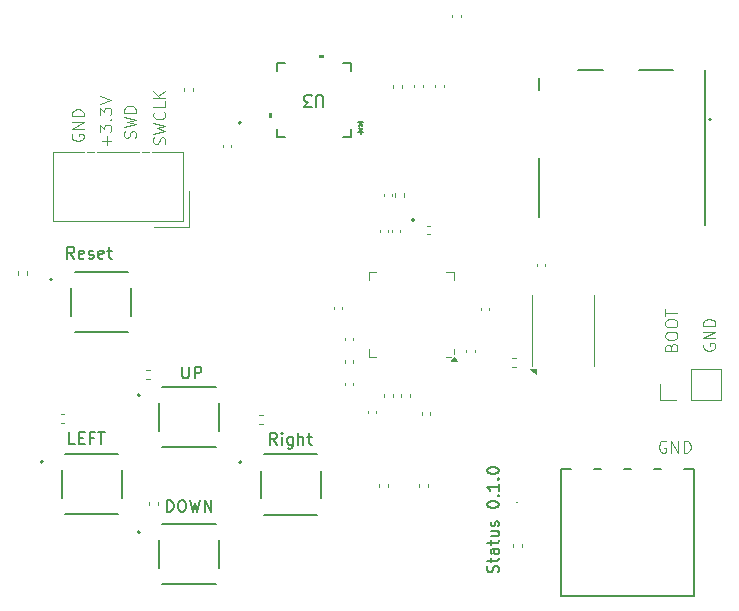
<source format=gbr>
%TF.GenerationSoftware,KiCad,Pcbnew,9.0.0*%
%TF.CreationDate,2025-07-19T13:55:26-04:00*%
%TF.ProjectId,status,73746174-7573-42e6-9b69-6361645f7063,rev?*%
%TF.SameCoordinates,Original*%
%TF.FileFunction,Legend,Top*%
%TF.FilePolarity,Positive*%
%FSLAX46Y46*%
G04 Gerber Fmt 4.6, Leading zero omitted, Abs format (unit mm)*
G04 Created by KiCad (PCBNEW 9.0.0) date 2025-07-19 13:55:26*
%MOMM*%
%LPD*%
G01*
G04 APERTURE LIST*
%ADD10C,0.200000*%
%ADD11C,0.125000*%
%ADD12C,0.120000*%
%ADD13C,0.150000*%
%ADD14C,0.000000*%
%ADD15C,0.152400*%
%ADD16C,0.127000*%
%ADD17C,0.100000*%
G04 APERTURE END LIST*
D10*
X118566101Y-93567219D02*
X118232768Y-93091028D01*
X117994673Y-93567219D02*
X117994673Y-92567219D01*
X117994673Y-92567219D02*
X118375625Y-92567219D01*
X118375625Y-92567219D02*
X118470863Y-92614838D01*
X118470863Y-92614838D02*
X118518482Y-92662457D01*
X118518482Y-92662457D02*
X118566101Y-92757695D01*
X118566101Y-92757695D02*
X118566101Y-92900552D01*
X118566101Y-92900552D02*
X118518482Y-92995790D01*
X118518482Y-92995790D02*
X118470863Y-93043409D01*
X118470863Y-93043409D02*
X118375625Y-93091028D01*
X118375625Y-93091028D02*
X117994673Y-93091028D01*
X119375625Y-93519600D02*
X119280387Y-93567219D01*
X119280387Y-93567219D02*
X119089911Y-93567219D01*
X119089911Y-93567219D02*
X118994673Y-93519600D01*
X118994673Y-93519600D02*
X118947054Y-93424361D01*
X118947054Y-93424361D02*
X118947054Y-93043409D01*
X118947054Y-93043409D02*
X118994673Y-92948171D01*
X118994673Y-92948171D02*
X119089911Y-92900552D01*
X119089911Y-92900552D02*
X119280387Y-92900552D01*
X119280387Y-92900552D02*
X119375625Y-92948171D01*
X119375625Y-92948171D02*
X119423244Y-93043409D01*
X119423244Y-93043409D02*
X119423244Y-93138647D01*
X119423244Y-93138647D02*
X118947054Y-93233885D01*
X119804197Y-93519600D02*
X119899435Y-93567219D01*
X119899435Y-93567219D02*
X120089911Y-93567219D01*
X120089911Y-93567219D02*
X120185149Y-93519600D01*
X120185149Y-93519600D02*
X120232768Y-93424361D01*
X120232768Y-93424361D02*
X120232768Y-93376742D01*
X120232768Y-93376742D02*
X120185149Y-93281504D01*
X120185149Y-93281504D02*
X120089911Y-93233885D01*
X120089911Y-93233885D02*
X119947054Y-93233885D01*
X119947054Y-93233885D02*
X119851816Y-93186266D01*
X119851816Y-93186266D02*
X119804197Y-93091028D01*
X119804197Y-93091028D02*
X119804197Y-93043409D01*
X119804197Y-93043409D02*
X119851816Y-92948171D01*
X119851816Y-92948171D02*
X119947054Y-92900552D01*
X119947054Y-92900552D02*
X120089911Y-92900552D01*
X120089911Y-92900552D02*
X120185149Y-92948171D01*
X121042292Y-93519600D02*
X120947054Y-93567219D01*
X120947054Y-93567219D02*
X120756578Y-93567219D01*
X120756578Y-93567219D02*
X120661340Y-93519600D01*
X120661340Y-93519600D02*
X120613721Y-93424361D01*
X120613721Y-93424361D02*
X120613721Y-93043409D01*
X120613721Y-93043409D02*
X120661340Y-92948171D01*
X120661340Y-92948171D02*
X120756578Y-92900552D01*
X120756578Y-92900552D02*
X120947054Y-92900552D01*
X120947054Y-92900552D02*
X121042292Y-92948171D01*
X121042292Y-92948171D02*
X121089911Y-93043409D01*
X121089911Y-93043409D02*
X121089911Y-93138647D01*
X121089911Y-93138647D02*
X120613721Y-93233885D01*
X121375626Y-92900552D02*
X121756578Y-92900552D01*
X121518483Y-92567219D02*
X121518483Y-93424361D01*
X121518483Y-93424361D02*
X121566102Y-93519600D01*
X121566102Y-93519600D02*
X121661340Y-93567219D01*
X121661340Y-93567219D02*
X121756578Y-93567219D01*
X126419673Y-115017219D02*
X126419673Y-114017219D01*
X126419673Y-114017219D02*
X126657768Y-114017219D01*
X126657768Y-114017219D02*
X126800625Y-114064838D01*
X126800625Y-114064838D02*
X126895863Y-114160076D01*
X126895863Y-114160076D02*
X126943482Y-114255314D01*
X126943482Y-114255314D02*
X126991101Y-114445790D01*
X126991101Y-114445790D02*
X126991101Y-114588647D01*
X126991101Y-114588647D02*
X126943482Y-114779123D01*
X126943482Y-114779123D02*
X126895863Y-114874361D01*
X126895863Y-114874361D02*
X126800625Y-114969600D01*
X126800625Y-114969600D02*
X126657768Y-115017219D01*
X126657768Y-115017219D02*
X126419673Y-115017219D01*
X127610149Y-114017219D02*
X127800625Y-114017219D01*
X127800625Y-114017219D02*
X127895863Y-114064838D01*
X127895863Y-114064838D02*
X127991101Y-114160076D01*
X127991101Y-114160076D02*
X128038720Y-114350552D01*
X128038720Y-114350552D02*
X128038720Y-114683885D01*
X128038720Y-114683885D02*
X127991101Y-114874361D01*
X127991101Y-114874361D02*
X127895863Y-114969600D01*
X127895863Y-114969600D02*
X127800625Y-115017219D01*
X127800625Y-115017219D02*
X127610149Y-115017219D01*
X127610149Y-115017219D02*
X127514911Y-114969600D01*
X127514911Y-114969600D02*
X127419673Y-114874361D01*
X127419673Y-114874361D02*
X127372054Y-114683885D01*
X127372054Y-114683885D02*
X127372054Y-114350552D01*
X127372054Y-114350552D02*
X127419673Y-114160076D01*
X127419673Y-114160076D02*
X127514911Y-114064838D01*
X127514911Y-114064838D02*
X127610149Y-114017219D01*
X128372054Y-114017219D02*
X128610149Y-115017219D01*
X128610149Y-115017219D02*
X128800625Y-114302933D01*
X128800625Y-114302933D02*
X128991101Y-115017219D01*
X128991101Y-115017219D02*
X129229197Y-114017219D01*
X129610149Y-115017219D02*
X129610149Y-114017219D01*
X129610149Y-114017219D02*
X130181577Y-115017219D01*
X130181577Y-115017219D02*
X130181577Y-114017219D01*
D11*
X118428738Y-83035859D02*
X118381119Y-83131097D01*
X118381119Y-83131097D02*
X118381119Y-83273954D01*
X118381119Y-83273954D02*
X118428738Y-83416811D01*
X118428738Y-83416811D02*
X118523976Y-83512049D01*
X118523976Y-83512049D02*
X118619214Y-83559668D01*
X118619214Y-83559668D02*
X118809690Y-83607287D01*
X118809690Y-83607287D02*
X118952547Y-83607287D01*
X118952547Y-83607287D02*
X119143023Y-83559668D01*
X119143023Y-83559668D02*
X119238261Y-83512049D01*
X119238261Y-83512049D02*
X119333500Y-83416811D01*
X119333500Y-83416811D02*
X119381119Y-83273954D01*
X119381119Y-83273954D02*
X119381119Y-83178716D01*
X119381119Y-83178716D02*
X119333500Y-83035859D01*
X119333500Y-83035859D02*
X119285880Y-82988240D01*
X119285880Y-82988240D02*
X118952547Y-82988240D01*
X118952547Y-82988240D02*
X118952547Y-83178716D01*
X119381119Y-82559668D02*
X118381119Y-82559668D01*
X118381119Y-82559668D02*
X119381119Y-81988240D01*
X119381119Y-81988240D02*
X118381119Y-81988240D01*
X119381119Y-81512049D02*
X118381119Y-81512049D01*
X118381119Y-81512049D02*
X118381119Y-81273954D01*
X118381119Y-81273954D02*
X118428738Y-81131097D01*
X118428738Y-81131097D02*
X118523976Y-81035859D01*
X118523976Y-81035859D02*
X118619214Y-80988240D01*
X118619214Y-80988240D02*
X118809690Y-80940621D01*
X118809690Y-80940621D02*
X118952547Y-80940621D01*
X118952547Y-80940621D02*
X119143023Y-80988240D01*
X119143023Y-80988240D02*
X119238261Y-81035859D01*
X119238261Y-81035859D02*
X119333500Y-81131097D01*
X119333500Y-81131097D02*
X119381119Y-81273954D01*
X119381119Y-81273954D02*
X119381119Y-81512049D01*
D12*
X168665851Y-109043998D02*
X168570613Y-108996379D01*
X168570613Y-108996379D02*
X168427756Y-108996379D01*
X168427756Y-108996379D02*
X168284899Y-109043998D01*
X168284899Y-109043998D02*
X168189661Y-109139236D01*
X168189661Y-109139236D02*
X168142042Y-109234474D01*
X168142042Y-109234474D02*
X168094423Y-109424950D01*
X168094423Y-109424950D02*
X168094423Y-109567807D01*
X168094423Y-109567807D02*
X168142042Y-109758283D01*
X168142042Y-109758283D02*
X168189661Y-109853521D01*
X168189661Y-109853521D02*
X168284899Y-109948760D01*
X168284899Y-109948760D02*
X168427756Y-109996379D01*
X168427756Y-109996379D02*
X168522994Y-109996379D01*
X168522994Y-109996379D02*
X168665851Y-109948760D01*
X168665851Y-109948760D02*
X168713470Y-109901140D01*
X168713470Y-109901140D02*
X168713470Y-109567807D01*
X168713470Y-109567807D02*
X168522994Y-109567807D01*
X169142042Y-109996379D02*
X169142042Y-108996379D01*
X169142042Y-108996379D02*
X169713470Y-109996379D01*
X169713470Y-109996379D02*
X169713470Y-108996379D01*
X170189661Y-109996379D02*
X170189661Y-108996379D01*
X170189661Y-108996379D02*
X170427756Y-108996379D01*
X170427756Y-108996379D02*
X170570613Y-109043998D01*
X170570613Y-109043998D02*
X170665851Y-109139236D01*
X170665851Y-109139236D02*
X170713470Y-109234474D01*
X170713470Y-109234474D02*
X170761089Y-109424950D01*
X170761089Y-109424950D02*
X170761089Y-109567807D01*
X170761089Y-109567807D02*
X170713470Y-109758283D01*
X170713470Y-109758283D02*
X170665851Y-109853521D01*
X170665851Y-109853521D02*
X170570613Y-109948760D01*
X170570613Y-109948760D02*
X170427756Y-109996379D01*
X170427756Y-109996379D02*
X170189661Y-109996379D01*
D10*
X135741101Y-109317219D02*
X135407768Y-108841028D01*
X135169673Y-109317219D02*
X135169673Y-108317219D01*
X135169673Y-108317219D02*
X135550625Y-108317219D01*
X135550625Y-108317219D02*
X135645863Y-108364838D01*
X135645863Y-108364838D02*
X135693482Y-108412457D01*
X135693482Y-108412457D02*
X135741101Y-108507695D01*
X135741101Y-108507695D02*
X135741101Y-108650552D01*
X135741101Y-108650552D02*
X135693482Y-108745790D01*
X135693482Y-108745790D02*
X135645863Y-108793409D01*
X135645863Y-108793409D02*
X135550625Y-108841028D01*
X135550625Y-108841028D02*
X135169673Y-108841028D01*
X136169673Y-109317219D02*
X136169673Y-108650552D01*
X136169673Y-108317219D02*
X136122054Y-108364838D01*
X136122054Y-108364838D02*
X136169673Y-108412457D01*
X136169673Y-108412457D02*
X136217292Y-108364838D01*
X136217292Y-108364838D02*
X136169673Y-108317219D01*
X136169673Y-108317219D02*
X136169673Y-108412457D01*
X137074434Y-108650552D02*
X137074434Y-109460076D01*
X137074434Y-109460076D02*
X137026815Y-109555314D01*
X137026815Y-109555314D02*
X136979196Y-109602933D01*
X136979196Y-109602933D02*
X136883958Y-109650552D01*
X136883958Y-109650552D02*
X136741101Y-109650552D01*
X136741101Y-109650552D02*
X136645863Y-109602933D01*
X137074434Y-109269600D02*
X136979196Y-109317219D01*
X136979196Y-109317219D02*
X136788720Y-109317219D01*
X136788720Y-109317219D02*
X136693482Y-109269600D01*
X136693482Y-109269600D02*
X136645863Y-109221980D01*
X136645863Y-109221980D02*
X136598244Y-109126742D01*
X136598244Y-109126742D02*
X136598244Y-108841028D01*
X136598244Y-108841028D02*
X136645863Y-108745790D01*
X136645863Y-108745790D02*
X136693482Y-108698171D01*
X136693482Y-108698171D02*
X136788720Y-108650552D01*
X136788720Y-108650552D02*
X136979196Y-108650552D01*
X136979196Y-108650552D02*
X137074434Y-108698171D01*
X137550625Y-109317219D02*
X137550625Y-108317219D01*
X137979196Y-109317219D02*
X137979196Y-108793409D01*
X137979196Y-108793409D02*
X137931577Y-108698171D01*
X137931577Y-108698171D02*
X137836339Y-108650552D01*
X137836339Y-108650552D02*
X137693482Y-108650552D01*
X137693482Y-108650552D02*
X137598244Y-108698171D01*
X137598244Y-108698171D02*
X137550625Y-108745790D01*
X138312530Y-108650552D02*
X138693482Y-108650552D01*
X138455387Y-108317219D02*
X138455387Y-109174361D01*
X138455387Y-109174361D02*
X138503006Y-109269600D01*
X138503006Y-109269600D02*
X138598244Y-109317219D01*
X138598244Y-109317219D02*
X138693482Y-109317219D01*
X154479600Y-120137945D02*
X154527219Y-119995088D01*
X154527219Y-119995088D02*
X154527219Y-119756993D01*
X154527219Y-119756993D02*
X154479600Y-119661755D01*
X154479600Y-119661755D02*
X154431980Y-119614136D01*
X154431980Y-119614136D02*
X154336742Y-119566517D01*
X154336742Y-119566517D02*
X154241504Y-119566517D01*
X154241504Y-119566517D02*
X154146266Y-119614136D01*
X154146266Y-119614136D02*
X154098647Y-119661755D01*
X154098647Y-119661755D02*
X154051028Y-119756993D01*
X154051028Y-119756993D02*
X154003409Y-119947469D01*
X154003409Y-119947469D02*
X153955790Y-120042707D01*
X153955790Y-120042707D02*
X153908171Y-120090326D01*
X153908171Y-120090326D02*
X153812933Y-120137945D01*
X153812933Y-120137945D02*
X153717695Y-120137945D01*
X153717695Y-120137945D02*
X153622457Y-120090326D01*
X153622457Y-120090326D02*
X153574838Y-120042707D01*
X153574838Y-120042707D02*
X153527219Y-119947469D01*
X153527219Y-119947469D02*
X153527219Y-119709374D01*
X153527219Y-119709374D02*
X153574838Y-119566517D01*
X153860552Y-119280802D02*
X153860552Y-118899850D01*
X153527219Y-119137945D02*
X154384361Y-119137945D01*
X154384361Y-119137945D02*
X154479600Y-119090326D01*
X154479600Y-119090326D02*
X154527219Y-118995088D01*
X154527219Y-118995088D02*
X154527219Y-118899850D01*
X154527219Y-118137945D02*
X154003409Y-118137945D01*
X154003409Y-118137945D02*
X153908171Y-118185564D01*
X153908171Y-118185564D02*
X153860552Y-118280802D01*
X153860552Y-118280802D02*
X153860552Y-118471278D01*
X153860552Y-118471278D02*
X153908171Y-118566516D01*
X154479600Y-118137945D02*
X154527219Y-118233183D01*
X154527219Y-118233183D02*
X154527219Y-118471278D01*
X154527219Y-118471278D02*
X154479600Y-118566516D01*
X154479600Y-118566516D02*
X154384361Y-118614135D01*
X154384361Y-118614135D02*
X154289123Y-118614135D01*
X154289123Y-118614135D02*
X154193885Y-118566516D01*
X154193885Y-118566516D02*
X154146266Y-118471278D01*
X154146266Y-118471278D02*
X154146266Y-118233183D01*
X154146266Y-118233183D02*
X154098647Y-118137945D01*
X153860552Y-117804611D02*
X153860552Y-117423659D01*
X153527219Y-117661754D02*
X154384361Y-117661754D01*
X154384361Y-117661754D02*
X154479600Y-117614135D01*
X154479600Y-117614135D02*
X154527219Y-117518897D01*
X154527219Y-117518897D02*
X154527219Y-117423659D01*
X153860552Y-116661754D02*
X154527219Y-116661754D01*
X153860552Y-117090325D02*
X154384361Y-117090325D01*
X154384361Y-117090325D02*
X154479600Y-117042706D01*
X154479600Y-117042706D02*
X154527219Y-116947468D01*
X154527219Y-116947468D02*
X154527219Y-116804611D01*
X154527219Y-116804611D02*
X154479600Y-116709373D01*
X154479600Y-116709373D02*
X154431980Y-116661754D01*
X154479600Y-116233182D02*
X154527219Y-116137944D01*
X154527219Y-116137944D02*
X154527219Y-115947468D01*
X154527219Y-115947468D02*
X154479600Y-115852230D01*
X154479600Y-115852230D02*
X154384361Y-115804611D01*
X154384361Y-115804611D02*
X154336742Y-115804611D01*
X154336742Y-115804611D02*
X154241504Y-115852230D01*
X154241504Y-115852230D02*
X154193885Y-115947468D01*
X154193885Y-115947468D02*
X154193885Y-116090325D01*
X154193885Y-116090325D02*
X154146266Y-116185563D01*
X154146266Y-116185563D02*
X154051028Y-116233182D01*
X154051028Y-116233182D02*
X154003409Y-116233182D01*
X154003409Y-116233182D02*
X153908171Y-116185563D01*
X153908171Y-116185563D02*
X153860552Y-116090325D01*
X153860552Y-116090325D02*
X153860552Y-115947468D01*
X153860552Y-115947468D02*
X153908171Y-115852230D01*
X153527219Y-114423658D02*
X153527219Y-114328420D01*
X153527219Y-114328420D02*
X153574838Y-114233182D01*
X153574838Y-114233182D02*
X153622457Y-114185563D01*
X153622457Y-114185563D02*
X153717695Y-114137944D01*
X153717695Y-114137944D02*
X153908171Y-114090325D01*
X153908171Y-114090325D02*
X154146266Y-114090325D01*
X154146266Y-114090325D02*
X154336742Y-114137944D01*
X154336742Y-114137944D02*
X154431980Y-114185563D01*
X154431980Y-114185563D02*
X154479600Y-114233182D01*
X154479600Y-114233182D02*
X154527219Y-114328420D01*
X154527219Y-114328420D02*
X154527219Y-114423658D01*
X154527219Y-114423658D02*
X154479600Y-114518896D01*
X154479600Y-114518896D02*
X154431980Y-114566515D01*
X154431980Y-114566515D02*
X154336742Y-114614134D01*
X154336742Y-114614134D02*
X154146266Y-114661753D01*
X154146266Y-114661753D02*
X153908171Y-114661753D01*
X153908171Y-114661753D02*
X153717695Y-114614134D01*
X153717695Y-114614134D02*
X153622457Y-114566515D01*
X153622457Y-114566515D02*
X153574838Y-114518896D01*
X153574838Y-114518896D02*
X153527219Y-114423658D01*
X154431980Y-113661753D02*
X154479600Y-113614134D01*
X154479600Y-113614134D02*
X154527219Y-113661753D01*
X154527219Y-113661753D02*
X154479600Y-113709372D01*
X154479600Y-113709372D02*
X154431980Y-113661753D01*
X154431980Y-113661753D02*
X154527219Y-113661753D01*
X154527219Y-112661754D02*
X154527219Y-113233182D01*
X154527219Y-112947468D02*
X153527219Y-112947468D01*
X153527219Y-112947468D02*
X153670076Y-113042706D01*
X153670076Y-113042706D02*
X153765314Y-113137944D01*
X153765314Y-113137944D02*
X153812933Y-113233182D01*
X154431980Y-112233182D02*
X154479600Y-112185563D01*
X154479600Y-112185563D02*
X154527219Y-112233182D01*
X154527219Y-112233182D02*
X154479600Y-112280801D01*
X154479600Y-112280801D02*
X154431980Y-112233182D01*
X154431980Y-112233182D02*
X154527219Y-112233182D01*
X153527219Y-111566516D02*
X153527219Y-111471278D01*
X153527219Y-111471278D02*
X153574838Y-111376040D01*
X153574838Y-111376040D02*
X153622457Y-111328421D01*
X153622457Y-111328421D02*
X153717695Y-111280802D01*
X153717695Y-111280802D02*
X153908171Y-111233183D01*
X153908171Y-111233183D02*
X154146266Y-111233183D01*
X154146266Y-111233183D02*
X154336742Y-111280802D01*
X154336742Y-111280802D02*
X154431980Y-111328421D01*
X154431980Y-111328421D02*
X154479600Y-111376040D01*
X154479600Y-111376040D02*
X154527219Y-111471278D01*
X154527219Y-111471278D02*
X154527219Y-111566516D01*
X154527219Y-111566516D02*
X154479600Y-111661754D01*
X154479600Y-111661754D02*
X154431980Y-111709373D01*
X154431980Y-111709373D02*
X154336742Y-111756992D01*
X154336742Y-111756992D02*
X154146266Y-111804611D01*
X154146266Y-111804611D02*
X153908171Y-111804611D01*
X153908171Y-111804611D02*
X153717695Y-111756992D01*
X153717695Y-111756992D02*
X153622457Y-111709373D01*
X153622457Y-111709373D02*
X153574838Y-111661754D01*
X153574838Y-111661754D02*
X153527219Y-111566516D01*
D11*
X126233500Y-83887287D02*
X126281119Y-83744430D01*
X126281119Y-83744430D02*
X126281119Y-83506335D01*
X126281119Y-83506335D02*
X126233500Y-83411097D01*
X126233500Y-83411097D02*
X126185880Y-83363478D01*
X126185880Y-83363478D02*
X126090642Y-83315859D01*
X126090642Y-83315859D02*
X125995404Y-83315859D01*
X125995404Y-83315859D02*
X125900166Y-83363478D01*
X125900166Y-83363478D02*
X125852547Y-83411097D01*
X125852547Y-83411097D02*
X125804928Y-83506335D01*
X125804928Y-83506335D02*
X125757309Y-83696811D01*
X125757309Y-83696811D02*
X125709690Y-83792049D01*
X125709690Y-83792049D02*
X125662071Y-83839668D01*
X125662071Y-83839668D02*
X125566833Y-83887287D01*
X125566833Y-83887287D02*
X125471595Y-83887287D01*
X125471595Y-83887287D02*
X125376357Y-83839668D01*
X125376357Y-83839668D02*
X125328738Y-83792049D01*
X125328738Y-83792049D02*
X125281119Y-83696811D01*
X125281119Y-83696811D02*
X125281119Y-83458716D01*
X125281119Y-83458716D02*
X125328738Y-83315859D01*
X125281119Y-82982525D02*
X126281119Y-82744430D01*
X126281119Y-82744430D02*
X125566833Y-82553954D01*
X125566833Y-82553954D02*
X126281119Y-82363478D01*
X126281119Y-82363478D02*
X125281119Y-82125383D01*
X126185880Y-81173002D02*
X126233500Y-81220621D01*
X126233500Y-81220621D02*
X126281119Y-81363478D01*
X126281119Y-81363478D02*
X126281119Y-81458716D01*
X126281119Y-81458716D02*
X126233500Y-81601573D01*
X126233500Y-81601573D02*
X126138261Y-81696811D01*
X126138261Y-81696811D02*
X126043023Y-81744430D01*
X126043023Y-81744430D02*
X125852547Y-81792049D01*
X125852547Y-81792049D02*
X125709690Y-81792049D01*
X125709690Y-81792049D02*
X125519214Y-81744430D01*
X125519214Y-81744430D02*
X125423976Y-81696811D01*
X125423976Y-81696811D02*
X125328738Y-81601573D01*
X125328738Y-81601573D02*
X125281119Y-81458716D01*
X125281119Y-81458716D02*
X125281119Y-81363478D01*
X125281119Y-81363478D02*
X125328738Y-81220621D01*
X125328738Y-81220621D02*
X125376357Y-81173002D01*
X126281119Y-80268240D02*
X126281119Y-80744430D01*
X126281119Y-80744430D02*
X125281119Y-80744430D01*
X126281119Y-79934906D02*
X125281119Y-79934906D01*
X126281119Y-79363478D02*
X125709690Y-79792049D01*
X125281119Y-79363478D02*
X125852547Y-79934906D01*
D10*
X127719673Y-102717219D02*
X127719673Y-103526742D01*
X127719673Y-103526742D02*
X127767292Y-103621980D01*
X127767292Y-103621980D02*
X127814911Y-103669600D01*
X127814911Y-103669600D02*
X127910149Y-103717219D01*
X127910149Y-103717219D02*
X128100625Y-103717219D01*
X128100625Y-103717219D02*
X128195863Y-103669600D01*
X128195863Y-103669600D02*
X128243482Y-103621980D01*
X128243482Y-103621980D02*
X128291101Y-103526742D01*
X128291101Y-103526742D02*
X128291101Y-102717219D01*
X128767292Y-103717219D02*
X128767292Y-102717219D01*
X128767292Y-102717219D02*
X129148244Y-102717219D01*
X129148244Y-102717219D02*
X129243482Y-102764838D01*
X129243482Y-102764838D02*
X129291101Y-102812457D01*
X129291101Y-102812457D02*
X129338720Y-102907695D01*
X129338720Y-102907695D02*
X129338720Y-103050552D01*
X129338720Y-103050552D02*
X129291101Y-103145790D01*
X129291101Y-103145790D02*
X129243482Y-103193409D01*
X129243482Y-103193409D02*
X129148244Y-103241028D01*
X129148244Y-103241028D02*
X128767292Y-103241028D01*
D12*
X171888998Y-100799148D02*
X171841379Y-100894386D01*
X171841379Y-100894386D02*
X171841379Y-101037243D01*
X171841379Y-101037243D02*
X171888998Y-101180100D01*
X171888998Y-101180100D02*
X171984236Y-101275338D01*
X171984236Y-101275338D02*
X172079474Y-101322957D01*
X172079474Y-101322957D02*
X172269950Y-101370576D01*
X172269950Y-101370576D02*
X172412807Y-101370576D01*
X172412807Y-101370576D02*
X172603283Y-101322957D01*
X172603283Y-101322957D02*
X172698521Y-101275338D01*
X172698521Y-101275338D02*
X172793760Y-101180100D01*
X172793760Y-101180100D02*
X172841379Y-101037243D01*
X172841379Y-101037243D02*
X172841379Y-100942005D01*
X172841379Y-100942005D02*
X172793760Y-100799148D01*
X172793760Y-100799148D02*
X172746140Y-100751529D01*
X172746140Y-100751529D02*
X172412807Y-100751529D01*
X172412807Y-100751529D02*
X172412807Y-100942005D01*
X172841379Y-100322957D02*
X171841379Y-100322957D01*
X171841379Y-100322957D02*
X172841379Y-99751529D01*
X172841379Y-99751529D02*
X171841379Y-99751529D01*
X172841379Y-99275338D02*
X171841379Y-99275338D01*
X171841379Y-99275338D02*
X171841379Y-99037243D01*
X171841379Y-99037243D02*
X171888998Y-98894386D01*
X171888998Y-98894386D02*
X171984236Y-98799148D01*
X171984236Y-98799148D02*
X172079474Y-98751529D01*
X172079474Y-98751529D02*
X172269950Y-98703910D01*
X172269950Y-98703910D02*
X172412807Y-98703910D01*
X172412807Y-98703910D02*
X172603283Y-98751529D01*
X172603283Y-98751529D02*
X172698521Y-98799148D01*
X172698521Y-98799148D02*
X172793760Y-98894386D01*
X172793760Y-98894386D02*
X172841379Y-99037243D01*
X172841379Y-99037243D02*
X172841379Y-99275338D01*
D11*
X123753500Y-83347287D02*
X123801119Y-83204430D01*
X123801119Y-83204430D02*
X123801119Y-82966335D01*
X123801119Y-82966335D02*
X123753500Y-82871097D01*
X123753500Y-82871097D02*
X123705880Y-82823478D01*
X123705880Y-82823478D02*
X123610642Y-82775859D01*
X123610642Y-82775859D02*
X123515404Y-82775859D01*
X123515404Y-82775859D02*
X123420166Y-82823478D01*
X123420166Y-82823478D02*
X123372547Y-82871097D01*
X123372547Y-82871097D02*
X123324928Y-82966335D01*
X123324928Y-82966335D02*
X123277309Y-83156811D01*
X123277309Y-83156811D02*
X123229690Y-83252049D01*
X123229690Y-83252049D02*
X123182071Y-83299668D01*
X123182071Y-83299668D02*
X123086833Y-83347287D01*
X123086833Y-83347287D02*
X122991595Y-83347287D01*
X122991595Y-83347287D02*
X122896357Y-83299668D01*
X122896357Y-83299668D02*
X122848738Y-83252049D01*
X122848738Y-83252049D02*
X122801119Y-83156811D01*
X122801119Y-83156811D02*
X122801119Y-82918716D01*
X122801119Y-82918716D02*
X122848738Y-82775859D01*
X122801119Y-82442525D02*
X123801119Y-82204430D01*
X123801119Y-82204430D02*
X123086833Y-82013954D01*
X123086833Y-82013954D02*
X123801119Y-81823478D01*
X123801119Y-81823478D02*
X122801119Y-81585383D01*
X123801119Y-81204430D02*
X122801119Y-81204430D01*
X122801119Y-81204430D02*
X122801119Y-80966335D01*
X122801119Y-80966335D02*
X122848738Y-80823478D01*
X122848738Y-80823478D02*
X122943976Y-80728240D01*
X122943976Y-80728240D02*
X123039214Y-80680621D01*
X123039214Y-80680621D02*
X123229690Y-80633002D01*
X123229690Y-80633002D02*
X123372547Y-80633002D01*
X123372547Y-80633002D02*
X123563023Y-80680621D01*
X123563023Y-80680621D02*
X123658261Y-80728240D01*
X123658261Y-80728240D02*
X123753500Y-80823478D01*
X123753500Y-80823478D02*
X123801119Y-80966335D01*
X123801119Y-80966335D02*
X123801119Y-81204430D01*
X169107309Y-101056335D02*
X169154928Y-100913478D01*
X169154928Y-100913478D02*
X169202547Y-100865859D01*
X169202547Y-100865859D02*
X169297785Y-100818240D01*
X169297785Y-100818240D02*
X169440642Y-100818240D01*
X169440642Y-100818240D02*
X169535880Y-100865859D01*
X169535880Y-100865859D02*
X169583500Y-100913478D01*
X169583500Y-100913478D02*
X169631119Y-101008716D01*
X169631119Y-101008716D02*
X169631119Y-101389668D01*
X169631119Y-101389668D02*
X168631119Y-101389668D01*
X168631119Y-101389668D02*
X168631119Y-101056335D01*
X168631119Y-101056335D02*
X168678738Y-100961097D01*
X168678738Y-100961097D02*
X168726357Y-100913478D01*
X168726357Y-100913478D02*
X168821595Y-100865859D01*
X168821595Y-100865859D02*
X168916833Y-100865859D01*
X168916833Y-100865859D02*
X169012071Y-100913478D01*
X169012071Y-100913478D02*
X169059690Y-100961097D01*
X169059690Y-100961097D02*
X169107309Y-101056335D01*
X169107309Y-101056335D02*
X169107309Y-101389668D01*
X168631119Y-100199192D02*
X168631119Y-100008716D01*
X168631119Y-100008716D02*
X168678738Y-99913478D01*
X168678738Y-99913478D02*
X168773976Y-99818240D01*
X168773976Y-99818240D02*
X168964452Y-99770621D01*
X168964452Y-99770621D02*
X169297785Y-99770621D01*
X169297785Y-99770621D02*
X169488261Y-99818240D01*
X169488261Y-99818240D02*
X169583500Y-99913478D01*
X169583500Y-99913478D02*
X169631119Y-100008716D01*
X169631119Y-100008716D02*
X169631119Y-100199192D01*
X169631119Y-100199192D02*
X169583500Y-100294430D01*
X169583500Y-100294430D02*
X169488261Y-100389668D01*
X169488261Y-100389668D02*
X169297785Y-100437287D01*
X169297785Y-100437287D02*
X168964452Y-100437287D01*
X168964452Y-100437287D02*
X168773976Y-100389668D01*
X168773976Y-100389668D02*
X168678738Y-100294430D01*
X168678738Y-100294430D02*
X168631119Y-100199192D01*
X168631119Y-99151573D02*
X168631119Y-98961097D01*
X168631119Y-98961097D02*
X168678738Y-98865859D01*
X168678738Y-98865859D02*
X168773976Y-98770621D01*
X168773976Y-98770621D02*
X168964452Y-98723002D01*
X168964452Y-98723002D02*
X169297785Y-98723002D01*
X169297785Y-98723002D02*
X169488261Y-98770621D01*
X169488261Y-98770621D02*
X169583500Y-98865859D01*
X169583500Y-98865859D02*
X169631119Y-98961097D01*
X169631119Y-98961097D02*
X169631119Y-99151573D01*
X169631119Y-99151573D02*
X169583500Y-99246811D01*
X169583500Y-99246811D02*
X169488261Y-99342049D01*
X169488261Y-99342049D02*
X169297785Y-99389668D01*
X169297785Y-99389668D02*
X168964452Y-99389668D01*
X168964452Y-99389668D02*
X168773976Y-99342049D01*
X168773976Y-99342049D02*
X168678738Y-99246811D01*
X168678738Y-99246811D02*
X168631119Y-99151573D01*
X168631119Y-98437287D02*
X168631119Y-97865859D01*
X169631119Y-98151573D02*
X168631119Y-98151573D01*
D10*
X118645863Y-109267219D02*
X118169673Y-109267219D01*
X118169673Y-109267219D02*
X118169673Y-108267219D01*
X118979197Y-108743409D02*
X119312530Y-108743409D01*
X119455387Y-109267219D02*
X118979197Y-109267219D01*
X118979197Y-109267219D02*
X118979197Y-108267219D01*
X118979197Y-108267219D02*
X119455387Y-108267219D01*
X120217292Y-108743409D02*
X119883959Y-108743409D01*
X119883959Y-109267219D02*
X119883959Y-108267219D01*
X119883959Y-108267219D02*
X120360149Y-108267219D01*
X120598245Y-108267219D02*
X121169673Y-108267219D01*
X120883959Y-109267219D02*
X120883959Y-108267219D01*
D11*
X121340166Y-83989668D02*
X121340166Y-83227764D01*
X121721119Y-83608716D02*
X120959214Y-83608716D01*
X120721119Y-82846811D02*
X120721119Y-82227764D01*
X120721119Y-82227764D02*
X121102071Y-82561097D01*
X121102071Y-82561097D02*
X121102071Y-82418240D01*
X121102071Y-82418240D02*
X121149690Y-82323002D01*
X121149690Y-82323002D02*
X121197309Y-82275383D01*
X121197309Y-82275383D02*
X121292547Y-82227764D01*
X121292547Y-82227764D02*
X121530642Y-82227764D01*
X121530642Y-82227764D02*
X121625880Y-82275383D01*
X121625880Y-82275383D02*
X121673500Y-82323002D01*
X121673500Y-82323002D02*
X121721119Y-82418240D01*
X121721119Y-82418240D02*
X121721119Y-82703954D01*
X121721119Y-82703954D02*
X121673500Y-82799192D01*
X121673500Y-82799192D02*
X121625880Y-82846811D01*
X121625880Y-81799192D02*
X121673500Y-81751573D01*
X121673500Y-81751573D02*
X121721119Y-81799192D01*
X121721119Y-81799192D02*
X121673500Y-81846811D01*
X121673500Y-81846811D02*
X121625880Y-81799192D01*
X121625880Y-81799192D02*
X121721119Y-81799192D01*
X120721119Y-81418240D02*
X120721119Y-80799193D01*
X120721119Y-80799193D02*
X121102071Y-81132526D01*
X121102071Y-81132526D02*
X121102071Y-80989669D01*
X121102071Y-80989669D02*
X121149690Y-80894431D01*
X121149690Y-80894431D02*
X121197309Y-80846812D01*
X121197309Y-80846812D02*
X121292547Y-80799193D01*
X121292547Y-80799193D02*
X121530642Y-80799193D01*
X121530642Y-80799193D02*
X121625880Y-80846812D01*
X121625880Y-80846812D02*
X121673500Y-80894431D01*
X121673500Y-80894431D02*
X121721119Y-80989669D01*
X121721119Y-80989669D02*
X121721119Y-81275383D01*
X121721119Y-81275383D02*
X121673500Y-81370621D01*
X121673500Y-81370621D02*
X121625880Y-81418240D01*
X120721119Y-80513478D02*
X121721119Y-80180145D01*
X121721119Y-80180145D02*
X120721119Y-79846812D01*
D13*
X139641904Y-80709180D02*
X139641904Y-79899657D01*
X139641904Y-79899657D02*
X139594285Y-79804419D01*
X139594285Y-79804419D02*
X139546666Y-79756800D01*
X139546666Y-79756800D02*
X139451428Y-79709180D01*
X139451428Y-79709180D02*
X139260952Y-79709180D01*
X139260952Y-79709180D02*
X139165714Y-79756800D01*
X139165714Y-79756800D02*
X139118095Y-79804419D01*
X139118095Y-79804419D02*
X139070476Y-79899657D01*
X139070476Y-79899657D02*
X139070476Y-80709180D01*
X138689523Y-80709180D02*
X138070476Y-80709180D01*
X138070476Y-80709180D02*
X138403809Y-80328228D01*
X138403809Y-80328228D02*
X138260952Y-80328228D01*
X138260952Y-80328228D02*
X138165714Y-80280609D01*
X138165714Y-80280609D02*
X138118095Y-80232990D01*
X138118095Y-80232990D02*
X138070476Y-80137752D01*
X138070476Y-80137752D02*
X138070476Y-79899657D01*
X138070476Y-79899657D02*
X138118095Y-79804419D01*
X138118095Y-79804419D02*
X138165714Y-79756800D01*
X138165714Y-79756800D02*
X138260952Y-79709180D01*
X138260952Y-79709180D02*
X138546666Y-79709180D01*
X138546666Y-79709180D02*
X138641904Y-79756800D01*
X138641904Y-79756800D02*
X138689523Y-79804419D01*
X142817000Y-81893819D02*
X142817000Y-82131914D01*
X142578905Y-82036676D02*
X142817000Y-82131914D01*
X142817000Y-82131914D02*
X143055095Y-82036676D01*
X142674143Y-82322390D02*
X142817000Y-82131914D01*
X142817000Y-82131914D02*
X142959857Y-82322390D01*
X142816999Y-82984180D02*
X142816999Y-82746085D01*
X143055094Y-82841323D02*
X142816999Y-82746085D01*
X142816999Y-82746085D02*
X142578904Y-82841323D01*
X142959856Y-82555609D02*
X142816999Y-82746085D01*
X142816999Y-82746085D02*
X142674142Y-82555609D01*
D14*
%TO.C,U3*%
G36*
X139720499Y-76608000D02*
G01*
X139339499Y-76608000D01*
X139339499Y-76354000D01*
X139720499Y-76354000D01*
X139720499Y-76608000D01*
G37*
G36*
X135324000Y-81654500D02*
G01*
X135070000Y-81654500D01*
X135070000Y-81273500D01*
X135324000Y-81273500D01*
X135324000Y-81654500D01*
G37*
D15*
X142004200Y-77039800D02*
X141315141Y-77039800D01*
X135755800Y-77039800D02*
X135755800Y-77728859D01*
X135755800Y-83288200D02*
X136444859Y-83288200D01*
X142004200Y-83288200D02*
X142004200Y-82599141D01*
X142004200Y-77728861D02*
X142004200Y-77039800D01*
X136444861Y-77039800D02*
X135755800Y-77039800D01*
X135755800Y-82599139D02*
X135755800Y-83288200D01*
X141315139Y-83288200D02*
X142004200Y-83288200D01*
D10*
%TO.C,S7*%
X115920000Y-110755000D02*
G75*
G02*
X115720000Y-110755000I-100000J0D01*
G01*
X115720000Y-110755000D02*
G75*
G02*
X115920000Y-110755000I100000J0D01*
G01*
D16*
X122620000Y-113810000D02*
X122620000Y-111450000D01*
X122320000Y-115180000D02*
X117820000Y-115180000D01*
X122320000Y-110080000D02*
X117820000Y-110080000D01*
X117520000Y-111450000D02*
X117520000Y-113810000D01*
D10*
%TO.C,S8*%
X124150000Y-105125000D02*
G75*
G02*
X123950000Y-105125000I-100000J0D01*
G01*
X123950000Y-105125000D02*
G75*
G02*
X124150000Y-105125000I100000J0D01*
G01*
D16*
X130850000Y-108180000D02*
X130850000Y-105820000D01*
X130550000Y-109550000D02*
X126050000Y-109550000D01*
X130550000Y-104450000D02*
X126050000Y-104450000D01*
X125750000Y-105820000D02*
X125750000Y-108180000D01*
D10*
%TO.C,S9*%
X124150000Y-116725000D02*
G75*
G02*
X123950000Y-116725000I-100000J0D01*
G01*
X123950000Y-116725000D02*
G75*
G02*
X124150000Y-116725000I100000J0D01*
G01*
D16*
X130850000Y-119780000D02*
X130850000Y-117420000D01*
X130550000Y-121150000D02*
X126050000Y-121150000D01*
X130550000Y-116050000D02*
X126050000Y-116050000D01*
X125750000Y-117420000D02*
X125750000Y-119780000D01*
D10*
%TO.C,S10*%
X132750000Y-110825000D02*
G75*
G02*
X132550000Y-110825000I-100000J0D01*
G01*
X132550000Y-110825000D02*
G75*
G02*
X132750000Y-110825000I100000J0D01*
G01*
D16*
X139450000Y-113880000D02*
X139450000Y-111520000D01*
X139150000Y-115250000D02*
X134650000Y-115250000D01*
X139150000Y-110150000D02*
X134650000Y-110150000D01*
X134350000Y-111520000D02*
X134350000Y-113880000D01*
D10*
%TO.C,S11*%
X116720000Y-95355000D02*
G75*
G02*
X116520000Y-95355000I-100000J0D01*
G01*
X116520000Y-95355000D02*
G75*
G02*
X116720000Y-95355000I100000J0D01*
G01*
D16*
X123420000Y-98410000D02*
X123420000Y-96050000D01*
X123120000Y-99780000D02*
X118620000Y-99780000D01*
X123120000Y-94680000D02*
X118620000Y-94680000D01*
X118320000Y-96050000D02*
X118320000Y-98410000D01*
D12*
%TO.C,U2*%
X150980000Y-102242500D02*
X150500000Y-102242500D01*
X150740000Y-101912500D01*
X150980000Y-102242500D01*
G36*
X150980000Y-102242500D02*
G01*
X150500000Y-102242500D01*
X150740000Y-101912500D01*
X150980000Y-102242500D01*
G37*
X150740000Y-101262500D02*
X150740000Y-101672500D01*
X150740000Y-94692500D02*
X150740000Y-95342500D01*
X150090000Y-101912500D02*
X150440000Y-101912500D01*
X150090000Y-94692500D02*
X150740000Y-94692500D01*
X144170000Y-101912500D02*
X143520000Y-101912500D01*
X144170000Y-94692500D02*
X143520000Y-94692500D01*
X143520000Y-101912500D02*
X143520000Y-101262500D01*
X143520000Y-94692500D02*
X143520000Y-95342500D01*
%TO.C,U4*%
X157665449Y-103366000D02*
X157185449Y-102886000D01*
X157665449Y-102886000D01*
X157665449Y-103366000D01*
G36*
X157665449Y-103366000D02*
G01*
X157185449Y-102886000D01*
X157665449Y-102886000D01*
X157665449Y-103366000D01*
G37*
X162585449Y-102656000D02*
X162585449Y-96656000D01*
X157365449Y-102646000D02*
X157365449Y-96656000D01*
%TO.C,C15*%
X152990000Y-97927836D02*
X152990000Y-97712164D01*
X153710000Y-97927836D02*
X153710000Y-97712164D01*
%TO.C,C7*%
X151786000Y-101504636D02*
X151786000Y-101288964D01*
X152506000Y-101504636D02*
X152506000Y-101288964D01*
%TO.C,R13*%
X145543000Y-78842359D02*
X145543000Y-79149641D01*
X146303000Y-78842359D02*
X146303000Y-79149641D01*
%TO.C,R8*%
X124920000Y-114453641D02*
X124920000Y-114146359D01*
X125680000Y-114453641D02*
X125680000Y-114146359D01*
%TO.C,R7*%
X117436359Y-106700000D02*
X117743641Y-106700000D01*
X117436359Y-107460000D02*
X117743641Y-107460000D01*
%TO.C,C5*%
X147353700Y-78868164D02*
X147353700Y-79083836D01*
X148073700Y-78868164D02*
X148073700Y-79083836D01*
%TO.C,C12*%
X141486600Y-102403436D02*
X141486600Y-102187764D01*
X142206600Y-102403436D02*
X142206600Y-102187764D01*
%TO.C,C10*%
X144445400Y-91128964D02*
X144445400Y-91344636D01*
X145165400Y-91128964D02*
X145165400Y-91344636D01*
%TO.C,R3*%
X145745000Y-88353641D02*
X145745000Y-88046359D01*
X146505000Y-88353641D02*
X146505000Y-88046359D01*
%TO.C,C22*%
X131140000Y-84157836D02*
X131140000Y-83942164D01*
X131860000Y-84157836D02*
X131860000Y-83942164D01*
D17*
%TO.C,D1*%
X156150000Y-114235000D02*
G75*
G02*
X156050000Y-114235000I-50000J0D01*
G01*
X156050000Y-114235000D02*
G75*
G02*
X156150000Y-114235000I50000J0D01*
G01*
D12*
%TO.C,C9*%
X143440000Y-106657836D02*
X143440000Y-106442164D01*
X144160000Y-106657836D02*
X144160000Y-106442164D01*
%TO.C,C14*%
X141473600Y-100272964D02*
X141473600Y-100488636D01*
X142193600Y-100272964D02*
X142193600Y-100488636D01*
%TO.C,R14*%
X155720000Y-117696359D02*
X155720000Y-118003641D01*
X156480000Y-117696359D02*
X156480000Y-118003641D01*
D15*
%TO.C,J2*%
X159761200Y-111380300D02*
X159761200Y-122099100D01*
X159761200Y-122099100D02*
X171038800Y-122099100D01*
X160626469Y-111380300D02*
X159761200Y-111380300D01*
X163166469Y-111380300D02*
X162553531Y-111380300D01*
X165706469Y-111380300D02*
X165093531Y-111380300D01*
X168246469Y-111380300D02*
X167633531Y-111380300D01*
X171038800Y-111380300D02*
X170173531Y-111380300D01*
X171038800Y-122099100D02*
X171038800Y-111380300D01*
D12*
%TO.C,R15*%
X113845000Y-94963641D02*
X113845000Y-94656359D01*
X114605000Y-94963641D02*
X114605000Y-94656359D01*
%TO.C,R9*%
X134226359Y-106800000D02*
X134533641Y-106800000D01*
X134226359Y-107560000D02*
X134533641Y-107560000D01*
%TO.C,J3*%
X116740000Y-84570000D02*
X116740000Y-90420000D01*
X119390000Y-84570000D02*
X116740000Y-84570000D01*
X120290000Y-84570000D02*
X119690000Y-84570000D01*
X124040000Y-84570000D02*
X120540000Y-84570000D01*
X124890000Y-84570000D02*
X124290000Y-84570000D01*
X127790000Y-84570000D02*
X125140000Y-84570000D01*
X127790000Y-84570000D02*
X127790000Y-90420000D01*
X127790000Y-90420000D02*
X116740000Y-90420000D01*
X128290000Y-87870000D02*
X128290000Y-90870000D01*
X128290000Y-90870000D02*
X125290000Y-90870000D01*
D15*
%TO.C,X1*%
X147377400Y-90333700D02*
G75*
G02*
X147123400Y-90333700I-127000J0D01*
G01*
X147123400Y-90333700D02*
G75*
G02*
X147377400Y-90333700I127000J0D01*
G01*
D12*
%TO.C,C4*%
X149144400Y-78868164D02*
X149144400Y-79083836D01*
X149864400Y-78868164D02*
X149864400Y-79083836D01*
%TO.C,J7*%
X168160000Y-105555000D02*
X168160000Y-104225000D01*
X169490000Y-105555000D02*
X168160000Y-105555000D01*
X170760000Y-102895000D02*
X173360000Y-102895000D01*
X170760000Y-105555000D02*
X170760000Y-102895000D01*
X170760000Y-105555000D02*
X173360000Y-105555000D01*
X173360000Y-105555000D02*
X173360000Y-102895000D01*
%TO.C,R5*%
X144770000Y-105002359D02*
X144770000Y-105309641D01*
X145530000Y-105002359D02*
X145530000Y-105309641D01*
%TO.C,C18*%
X144790000Y-88092164D02*
X144790000Y-88307836D01*
X145510000Y-88092164D02*
X145510000Y-88307836D01*
%TO.C,C6*%
X127890000Y-79167164D02*
X127890000Y-79382836D01*
X128610000Y-79167164D02*
X128610000Y-79382836D01*
%TO.C,C17*%
X157755000Y-93999164D02*
X157755000Y-94214836D01*
X158475000Y-93999164D02*
X158475000Y-94214836D01*
%TO.C,C13*%
X141490000Y-104307836D02*
X141490000Y-104092164D01*
X142210000Y-104307836D02*
X142210000Y-104092164D01*
D10*
%TO.C,Y1*%
X132700000Y-82075000D02*
G75*
G02*
X132500000Y-82075000I-100000J0D01*
G01*
X132500000Y-82075000D02*
G75*
G02*
X132700000Y-82075000I100000J0D01*
G01*
D12*
%TO.C,C20*%
X145461400Y-91128964D02*
X145461400Y-91344636D01*
X146181400Y-91128964D02*
X146181400Y-91344636D01*
%TO.C,R4*%
X146220000Y-105002359D02*
X146220000Y-105309641D01*
X146980000Y-105002359D02*
X146980000Y-105309641D01*
%TO.C,R10*%
X124953641Y-103020000D02*
X124646359Y-103020000D01*
X124953641Y-103780000D02*
X124646359Y-103780000D01*
%TO.C,R11*%
X144400000Y-112622359D02*
X144400000Y-112929641D01*
X145160000Y-112622359D02*
X145160000Y-112929641D01*
D16*
%TO.C,J4*%
X157920000Y-78294000D02*
X157920000Y-79296000D01*
X157920000Y-85044000D02*
X157920000Y-90046000D01*
X163370000Y-77620000D02*
X161270000Y-77620000D01*
X169270000Y-77620000D02*
X166370000Y-77620000D01*
X171970000Y-77620000D02*
X171970000Y-90720000D01*
D10*
X172520000Y-81790000D02*
G75*
G02*
X172320000Y-81790000I-100000J0D01*
G01*
X172320000Y-81790000D02*
G75*
G02*
X172520000Y-81790000I100000J0D01*
G01*
D12*
%TO.C,R6*%
X155982641Y-101982000D02*
X155675359Y-101982000D01*
X155982641Y-102742000D02*
X155675359Y-102742000D01*
%TO.C,R12*%
X147780000Y-112622359D02*
X147780000Y-112929641D01*
X148540000Y-112622359D02*
X148540000Y-112929641D01*
%TO.C,C23*%
X148456764Y-90800600D02*
X148672436Y-90800600D01*
X148456764Y-91520600D02*
X148672436Y-91520600D01*
%TO.C,C8*%
X147990000Y-106807836D02*
X147990000Y-106592164D01*
X148710000Y-106807836D02*
X148710000Y-106592164D01*
%TO.C,C16*%
X140559200Y-97872436D02*
X140559200Y-97656764D01*
X141279200Y-97872436D02*
X141279200Y-97656764D01*
%TO.C,C3*%
X150566800Y-73158236D02*
X150566800Y-72942564D01*
X151286800Y-73158236D02*
X151286800Y-72942564D01*
%TD*%
M02*

</source>
